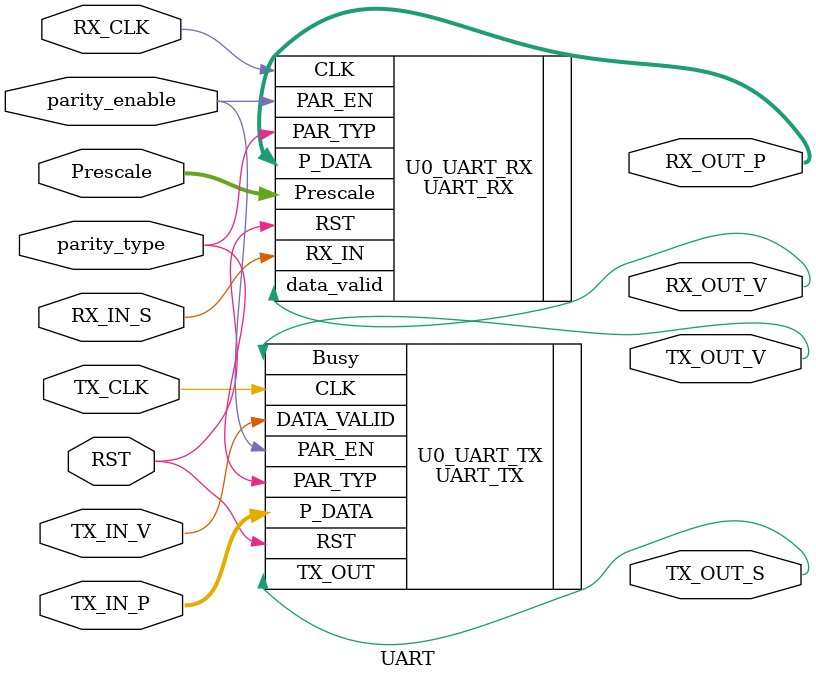
<source format=v>

module UART # ( parameter DATA_WIDTH = 8)

(
 input   wire                          RST,
 input   wire                          TX_CLK,
 input   wire                          RX_CLK,
 input   wire                          RX_IN_S,
 output  wire   [DATA_WIDTH-1:0]       RX_OUT_P, 
 output  wire                          RX_OUT_V,
 input   wire   [DATA_WIDTH-1:0]       TX_IN_P, 
 input   wire                          TX_IN_V, 
 output  wire                          TX_OUT_S,
 output  wire                          TX_OUT_V,  
 input   wire   [5:0]                  Prescale, 
 input   wire                          parity_enable,
 input   wire                          parity_type
);



UART_TX  #(.DATA_WIDTH(DATA_WIDTH)) U0_UART_TX (
///////////////////// Inputs /////////////////////////////////
.CLK(TX_CLK),
.RST(RST),
.P_DATA(TX_IN_P),
.DATA_VALID(TX_IN_V),
.PAR_EN(parity_enable),
.PAR_TYP(parity_type), 
///////////////////// Outputs ////////////////////////////////
.TX_OUT(TX_OUT_S),
.Busy(TX_OUT_V)
);
 


 
UART_RX #(.DATA_WIDTH(DATA_WIDTH)) 	 U0_UART_RX (
///////////////////// Inputs /////////////////////////////////
.CLK(RX_CLK),
.RST(RST),
.RX_IN(RX_IN_S),
.Prescale(Prescale),
.PAR_EN(parity_enable),
.PAR_TYP(parity_type),
///////////////////// Outputs ////////////////////////////////
.P_DATA(RX_OUT_P), 
.data_valid(RX_OUT_V)
);
 



endmodule
 

</source>
